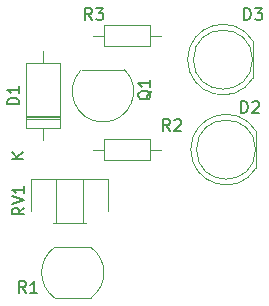
<source format=gbr>
%TF.GenerationSoftware,KiCad,Pcbnew,(6.0.0)*%
%TF.CreationDate,2022-01-11T14:15:25-05:00*%
%TF.ProjectId,automatic_night_light,6175746f-6d61-4746-9963-5f6e69676874,1*%
%TF.SameCoordinates,Original*%
%TF.FileFunction,Legend,Top*%
%TF.FilePolarity,Positive*%
%FSLAX46Y46*%
G04 Gerber Fmt 4.6, Leading zero omitted, Abs format (unit mm)*
G04 Created by KiCad (PCBNEW (6.0.0)) date 2022-01-11 14:15:25*
%MOMM*%
%LPD*%
G01*
G04 APERTURE LIST*
%ADD10C,0.150000*%
%ADD11C,0.120000*%
G04 APERTURE END LIST*
D10*
%TO.C,D1*%
X126760380Y-66270095D02*
X125760380Y-66270095D01*
X125760380Y-66032000D01*
X125808000Y-65889142D01*
X125903238Y-65793904D01*
X125998476Y-65746285D01*
X126188952Y-65698666D01*
X126331809Y-65698666D01*
X126522285Y-65746285D01*
X126617523Y-65793904D01*
X126712761Y-65889142D01*
X126760380Y-66032000D01*
X126760380Y-66270095D01*
X126760380Y-64746285D02*
X126760380Y-65317714D01*
X126760380Y-65032000D02*
X125760380Y-65032000D01*
X125903238Y-65127238D01*
X125998476Y-65222476D01*
X126046095Y-65317714D01*
X127130380Y-70873904D02*
X126130380Y-70873904D01*
X127130380Y-70302476D02*
X126558952Y-70731047D01*
X126130380Y-70302476D02*
X126701809Y-70873904D01*
%TO.C,D3*%
X145819904Y-59126380D02*
X145819904Y-58126380D01*
X146058000Y-58126380D01*
X146200857Y-58174000D01*
X146296095Y-58269238D01*
X146343714Y-58364476D01*
X146391333Y-58554952D01*
X146391333Y-58697809D01*
X146343714Y-58888285D01*
X146296095Y-58983523D01*
X146200857Y-59078761D01*
X146058000Y-59126380D01*
X145819904Y-59126380D01*
X146724666Y-58126380D02*
X147343714Y-58126380D01*
X147010380Y-58507333D01*
X147153238Y-58507333D01*
X147248476Y-58554952D01*
X147296095Y-58602571D01*
X147343714Y-58697809D01*
X147343714Y-58935904D01*
X147296095Y-59031142D01*
X147248476Y-59078761D01*
X147153238Y-59126380D01*
X146867523Y-59126380D01*
X146772285Y-59078761D01*
X146724666Y-59031142D01*
%TO.C,D2*%
X145565904Y-67000380D02*
X145565904Y-66000380D01*
X145804000Y-66000380D01*
X145946857Y-66048000D01*
X146042095Y-66143238D01*
X146089714Y-66238476D01*
X146137333Y-66428952D01*
X146137333Y-66571809D01*
X146089714Y-66762285D01*
X146042095Y-66857523D01*
X145946857Y-66952761D01*
X145804000Y-67000380D01*
X145565904Y-67000380D01*
X146518285Y-66095619D02*
X146565904Y-66048000D01*
X146661142Y-66000380D01*
X146899238Y-66000380D01*
X146994476Y-66048000D01*
X147042095Y-66095619D01*
X147089714Y-66190857D01*
X147089714Y-66286095D01*
X147042095Y-66428952D01*
X146470666Y-67000380D01*
X147089714Y-67000380D01*
%TO.C,R1*%
X127341333Y-82240380D02*
X127008000Y-81764190D01*
X126769904Y-82240380D02*
X126769904Y-81240380D01*
X127150857Y-81240380D01*
X127246095Y-81288000D01*
X127293714Y-81335619D01*
X127341333Y-81430857D01*
X127341333Y-81573714D01*
X127293714Y-81668952D01*
X127246095Y-81716571D01*
X127150857Y-81764190D01*
X126769904Y-81764190D01*
X128293714Y-82240380D02*
X127722285Y-82240380D01*
X128008000Y-82240380D02*
X128008000Y-81240380D01*
X127912761Y-81383238D01*
X127817523Y-81478476D01*
X127722285Y-81526095D01*
%TO.C,Q1*%
X137961619Y-65119238D02*
X137914000Y-65214476D01*
X137818761Y-65309714D01*
X137675904Y-65452571D01*
X137628285Y-65547809D01*
X137628285Y-65643047D01*
X137866380Y-65595428D02*
X137818761Y-65690666D01*
X137723523Y-65785904D01*
X137533047Y-65833523D01*
X137199714Y-65833523D01*
X137009238Y-65785904D01*
X136914000Y-65690666D01*
X136866380Y-65595428D01*
X136866380Y-65404952D01*
X136914000Y-65309714D01*
X137009238Y-65214476D01*
X137199714Y-65166857D01*
X137533047Y-65166857D01*
X137723523Y-65214476D01*
X137818761Y-65309714D01*
X137866380Y-65404952D01*
X137866380Y-65595428D01*
X137866380Y-64214476D02*
X137866380Y-64785904D01*
X137866380Y-64500190D02*
X136866380Y-64500190D01*
X137009238Y-64595428D01*
X137104476Y-64690666D01*
X137152095Y-64785904D01*
%TO.C,RV1*%
X127198380Y-75017238D02*
X126722190Y-75350571D01*
X127198380Y-75588666D02*
X126198380Y-75588666D01*
X126198380Y-75207714D01*
X126246000Y-75112476D01*
X126293619Y-75064857D01*
X126388857Y-75017238D01*
X126531714Y-75017238D01*
X126626952Y-75064857D01*
X126674571Y-75112476D01*
X126722190Y-75207714D01*
X126722190Y-75588666D01*
X126198380Y-74731523D02*
X127198380Y-74398190D01*
X126198380Y-74064857D01*
X127198380Y-73207714D02*
X127198380Y-73779142D01*
X127198380Y-73493428D02*
X126198380Y-73493428D01*
X126341238Y-73588666D01*
X126436476Y-73683904D01*
X126484095Y-73779142D01*
%TO.C,R3*%
X132929333Y-59126380D02*
X132596000Y-58650190D01*
X132357904Y-59126380D02*
X132357904Y-58126380D01*
X132738857Y-58126380D01*
X132834095Y-58174000D01*
X132881714Y-58221619D01*
X132929333Y-58316857D01*
X132929333Y-58459714D01*
X132881714Y-58554952D01*
X132834095Y-58602571D01*
X132738857Y-58650190D01*
X132357904Y-58650190D01*
X133262666Y-58126380D02*
X133881714Y-58126380D01*
X133548380Y-58507333D01*
X133691238Y-58507333D01*
X133786476Y-58554952D01*
X133834095Y-58602571D01*
X133881714Y-58697809D01*
X133881714Y-58935904D01*
X133834095Y-59031142D01*
X133786476Y-59078761D01*
X133691238Y-59126380D01*
X133405523Y-59126380D01*
X133310285Y-59078761D01*
X133262666Y-59031142D01*
%TO.C,R2*%
X139533333Y-68524380D02*
X139200000Y-68048190D01*
X138961904Y-68524380D02*
X138961904Y-67524380D01*
X139342857Y-67524380D01*
X139438095Y-67572000D01*
X139485714Y-67619619D01*
X139533333Y-67714857D01*
X139533333Y-67857714D01*
X139485714Y-67952952D01*
X139438095Y-68000571D01*
X139342857Y-68048190D01*
X138961904Y-68048190D01*
X139914285Y-67619619D02*
X139961904Y-67572000D01*
X140057142Y-67524380D01*
X140295238Y-67524380D01*
X140390476Y-67572000D01*
X140438095Y-67619619D01*
X140485714Y-67714857D01*
X140485714Y-67810095D01*
X140438095Y-67952952D01*
X139866666Y-68524380D01*
X140485714Y-68524380D01*
D11*
%TO.C,D1*%
X127308000Y-68252000D02*
X130248000Y-68252000D01*
X130248000Y-68252000D02*
X130248000Y-62812000D01*
X130248000Y-62812000D02*
X127308000Y-62812000D01*
X127308000Y-62812000D02*
X127308000Y-68252000D01*
X128778000Y-69272000D02*
X128778000Y-68252000D01*
X128778000Y-61792000D02*
X128778000Y-62812000D01*
X127308000Y-67352000D02*
X130248000Y-67352000D01*
X127308000Y-67232000D02*
X130248000Y-67232000D01*
X127308000Y-67472000D02*
X130248000Y-67472000D01*
%TO.C,D3*%
X141028000Y-62483538D02*
G75*
G03*
X146578000Y-64028830I2990000J-462D01*
G01*
X146578000Y-60939170D02*
G75*
G03*
X141028000Y-62484462I-2560000J-1544830D01*
G01*
X146518000Y-62484000D02*
G75*
G03*
X146518000Y-62484000I-2500000J0D01*
G01*
X146578000Y-64029000D02*
X146578000Y-60939000D01*
%TO.C,D2*%
X146837000Y-71649000D02*
X146837000Y-68559000D01*
X146777000Y-70104000D02*
G75*
G03*
X146777000Y-70104000I-2500000J0D01*
G01*
X146837000Y-68559170D02*
G75*
G03*
X141287000Y-70104462I-2560000J-1544830D01*
G01*
X141287000Y-70103538D02*
G75*
G03*
X146837000Y-71648830I2990000J-462D01*
G01*
%TO.C,R1*%
X132862513Y-82636249D02*
G75*
G03*
X132818000Y-78368000I-1544513J2118249D01*
G01*
X129789766Y-78352474D02*
G75*
G03*
X129768000Y-82668000I1528234J-2165526D01*
G01*
X129768000Y-78368000D02*
X132818000Y-78368000D01*
X129768000Y-82668000D02*
X132818000Y-82668000D01*
%TO.C,Q1*%
X135658000Y-63322000D02*
X132058000Y-63322000D01*
X133858000Y-67772001D02*
G75*
G03*
X135696478Y-63333522I0J2600001D01*
G01*
X132019522Y-63333522D02*
G75*
G03*
X133858000Y-67772000I1838478J-1838478D01*
G01*
%TO.C,RV1*%
X127754000Y-75275000D02*
X127754000Y-72580000D01*
X134294000Y-75275000D02*
X134294000Y-72580000D01*
X127754000Y-72580000D02*
X134294000Y-72580000D01*
X129590000Y-76321000D02*
X132459000Y-76321000D01*
X129904000Y-76321000D02*
X129904000Y-72580000D01*
X132144000Y-76321000D02*
X132144000Y-72580000D01*
X129904000Y-76321000D02*
X132144000Y-76321000D01*
X129904000Y-72580000D02*
X132144000Y-72580000D01*
%TO.C,R3*%
X133970000Y-59532000D02*
X133970000Y-61372000D01*
X133970000Y-61372000D02*
X137810000Y-61372000D01*
X137810000Y-61372000D02*
X137810000Y-59532000D01*
X137810000Y-59532000D02*
X133970000Y-59532000D01*
X133020000Y-60452000D02*
X133970000Y-60452000D01*
X138760000Y-60452000D02*
X137810000Y-60452000D01*
%TO.C,R2*%
X133970000Y-69184000D02*
X133970000Y-71024000D01*
X133970000Y-71024000D02*
X137810000Y-71024000D01*
X137810000Y-71024000D02*
X137810000Y-69184000D01*
X137810000Y-69184000D02*
X133970000Y-69184000D01*
X133020000Y-70104000D02*
X133970000Y-70104000D01*
X138760000Y-70104000D02*
X137810000Y-70104000D01*
%TD*%
M02*

</source>
